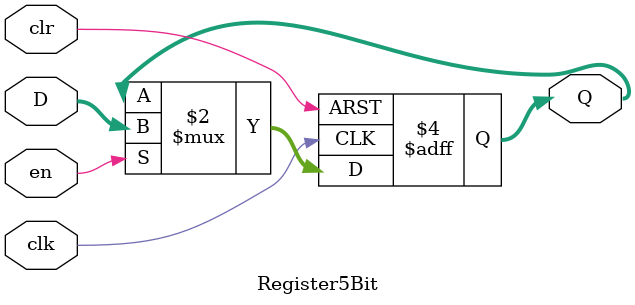
<source format=v>
module Register5Bit(
	input [4:0] D,
	input clk,
	input en,
	input clr,
	output reg [4:0] Q
);
	
	initial begin
		Q <= 5'h000;
	end
	
	always @(posedge clk or posedge clr)
	begin
		if(clr) begin
			Q <= 5'h000;
		end
		else begin
			Q <= en ? D: Q;
		end
	end

endmodule
</source>
